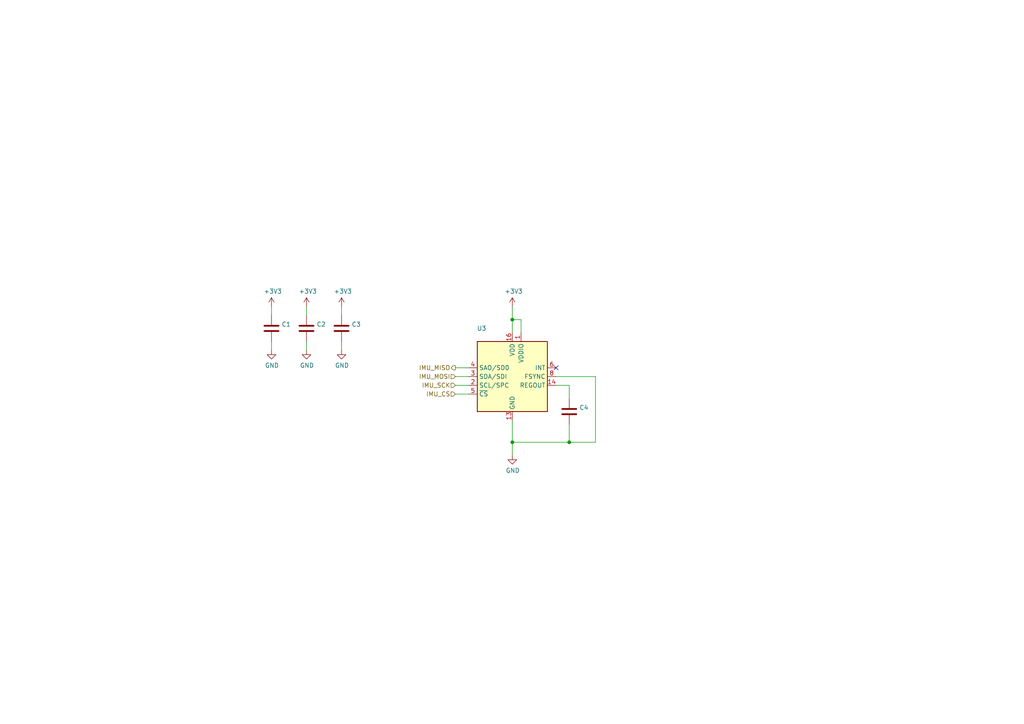
<source format=kicad_sch>
(kicad_sch (version 20211123) (generator eeschema)
  (paper "A4")
  (lib_symbols
    (symbol "Device:C" (pin_numbers hide) (pin_names (offset 0.254))
      (property "Reference" "C" (at 0.635 2.54 0))
      (property "Value" "C" (at 0.635 -2.54 0))
      (symbol "C_0_1"
        (polyline (pts (xy -2.032 -0.762) (xy 2.032 -0.762)) (stroke (width 0.508)))
        (polyline (pts (xy -2.032 0.762) (xy 2.032 0.762)) (stroke (width 0.508)))
      )
      (symbol "C_1_1"
        (pin passive line (at 0 3.81 270) (length 2.794) (name "~") (number "1"))
        (pin passive line (at 0 -3.81 90) (length 2.794) (name "~") (number "2"))
      )
    )
    (symbol "Sensor_Motion:ICM-20602"
      (property "Reference" "U" (at -10.16 11.43 0))
      (property "Value" "ICM-20602" (at 10.16 11.43 0))
      (symbol "ICM-20602_0_1"
        (rectangle (start -10.16 10.16) (end 10.16 -10.16) (stroke (width 0.254)) (fill (type background)))
      )
      (symbol "ICM-20602_1_1"
        (pin power_in line (at 2.54 12.7 270) (length 2.54) (name "VDDIO") (number "1"))
        (pin passive line (at 0 -12.7 90) (length 2.54) hide (name "GND") (number "10"))
        (pin passive line (at 0 -12.7 90) (length 2.54) hide (name "GND") (number "11"))
        (pin passive line (at 0 -12.7 90) (length 2.54) hide (name "GND") (number "12"))
        (pin power_in line (at 0 -12.7 90) (length 2.54) (name "GND") (number "13"))
        (pin passive line (at 12.7 -2.54 180) (length 2.54) (name "REGOUT") (number "14"))
        (pin passive line (at 0 -12.7 90) (length 2.54) hide (name "GND") (number "15"))
        (pin power_in line (at 0 12.7 270) (length 2.54) (name "VDD") (number "16"))
        (pin input line (at -12.7 -2.54 0) (length 2.54) (name "SCL/SPC") (number "2"))
        (pin bidirectional line (at -12.7 0 0) (length 2.54) (name "SDA/SDI") (number "3"))
        (pin bidirectional line (at -12.7 2.54 0) (length 2.54) (name "SAO/SD0") (number "4"))
        (pin input line (at -12.7 -5.08 0) (length 2.54) (name "~{CS}") (number "5"))
        (pin output line (at 12.7 2.54 180) (length 2.54) (name "INT") (number "6"))
        (pin no_connect line (at -10.16 5.08 0) (length 2.54) hide (name "RESV") (number "7"))
        (pin input line (at 12.7 0 180) (length 2.54) (name "FSYNC") (number "8"))
        (pin passive line (at 0 -12.7 90) (length 2.54) hide (name "GND") (number "9"))
      )
    )
    (symbol "power:+3.3V" (power) (pin_names (offset 0))
      (property "Value" "+3.3V" (at 0 3.556 0))
      (symbol "+3.3V_0_1"
        (polyline (pts (xy -0.762 1.27) (xy 0 2.54)))
        (polyline (pts (xy 0 0) (xy 0 2.54)))
        (polyline (pts (xy 0 2.54) (xy 0.762 1.27)))
      )
      (symbol "+3.3V_1_1"
        (pin power_in line (at 0 0 90) (length 0) hide (name "+3V3") (number "1"))
      )
    )
    (symbol "power:GND" (power) (pin_names (offset 0))
      (property "Value" "GND" (at 0 -3.81 0))
      (symbol "GND_0_1"
        (polyline (pts (xy 0 0) (xy 0 -1.27) (xy 1.27 -1.27) (xy 0 -2.54) (xy -1.27 -1.27) (xy 0 -1.27)))
      )
      (symbol "GND_1_1"
        (pin power_in line (at 0 0 270) (length 0) hide (name "GND") (number "1"))
      )
    )
  )
  (junction (at 165.1 128.27))
  (junction (at 148.59 92.71))
  (junction (at 148.59 128.27))
  (no_connect (at 161.29 106.68))
  (wire (pts (xy 78.74 88.9) (xy 78.74 91.44)))
  (wire (pts (xy 148.59 88.9) (xy 148.59 92.71)))
  (wire (pts (xy 132.08 106.68) (xy 135.89 106.68)))
  (wire (pts (xy 151.13 92.71) (xy 151.13 96.52)))
  (wire (pts (xy 148.59 128.27) (xy 148.59 132.08)))
  (wire (pts (xy 88.9 99.06) (xy 88.9 101.6)))
  (wire (pts (xy 88.9 88.9) (xy 88.9 91.44)))
  (wire (pts (xy 148.59 92.71) (xy 151.13 92.71)))
  (wire (pts (xy 161.29 111.76) (xy 165.1 111.76)))
  (wire (pts (xy 165.1 111.76) (xy 165.1 115.57)))
  (wire (pts (xy 135.89 111.76) (xy 132.08 111.76)))
  (wire (pts (xy 99.06 88.9) (xy 99.06 91.44)))
  (wire (pts (xy 165.1 123.19) (xy 165.1 128.27)))
  (wire (pts (xy 172.72 128.27) (xy 165.1 128.27)))
  (wire (pts (xy 148.59 121.92) (xy 148.59 128.27)))
  (wire (pts (xy 165.1 128.27) (xy 148.59 128.27)))
  (wire (pts (xy 135.89 109.22) (xy 132.08 109.22)))
  (wire (pts (xy 148.59 92.71) (xy 148.59 96.52)))
  (wire (pts (xy 99.06 99.06) (xy 99.06 101.6)))
  (wire (pts (xy 78.74 99.06) (xy 78.74 101.6)))
  (wire (pts (xy 161.29 109.22) (xy 172.72 109.22)))
  (wire (pts (xy 135.89 114.3) (xy 132.08 114.3)))
  (wire (pts (xy 172.72 109.22) (xy 172.72 128.27)))
  (hierarchical_label "IMU_SCK" (shape input) (at 132.08 111.76 180))
  (hierarchical_label "IMU_MOSI" (shape input) (at 132.08 109.22 180))
  (hierarchical_label "IMU_CS" (shape input) (at 132.08 114.3 180))
  (hierarchical_label "IMU_MISO" (shape output) (at 132.08 106.68 180))
  (symbol (lib_id "power:+3.3V") (at 88.9 88.9 0) (unit 1)
    (property "Reference" "#PWR0101" (effects hide))
  )
  (symbol (lib_id "power:+3.3V") (at 99.06 88.9 0) (unit 1)
    (property "Reference" "#PWR0102" (effects hide))
  )
  (symbol (lib_id "power:GND") (at 88.9 101.6 0) (unit 1)
    (property "Reference" "#PWR0103" (effects hide))
  )
  (symbol (lib_id "power:GND") (at 99.06 101.6 0) (unit 1)
    (property "Reference" "#PWR0104" (effects hide))
  )
  (symbol (lib_id "power:GND") (at 148.59 132.08 0) (unit 1)
    (property "Reference" "#PWR0105" (effects hide))
  )
  (symbol (lib_id "Device:C") (at 88.9 95.25 0) (unit 1)
    (property "Reference" "C2" (at 91.821 94.0816 0) (effects (justify left)))
  )
  (symbol (lib_id "Device:C") (at 99.06 95.25 0) (unit 1)
    (property "Reference" "C3" (at 101.981 94.0816 0) (effects (justify left)))
  )
  (symbol (lib_id "power:+3.3V") (at 148.59 88.9 0) (unit 1)
    (property "Reference" "#PWR0106" (effects hide))
  )
  (symbol (lib_id "Device:C") (at 165.1 119.38 0) (unit 1)
    (property "Reference" "C4" (at 168.021 118.2116 0) (effects (justify left)))
  )
  (symbol (lib_id "Sensor_Motion:ICM-20602") (at 148.59 109.22 0) (unit 1)
    (property "Reference" "U3" (at 139.7 95.25 0))
    (property "Datasheet" "http://www.invensense.com/wp-content/uploads/2016/10/DS-000176-ICM-20602-v1.0.pdf" (effects hide))
  )
  (symbol (lib_id "power:+3.3V") (at 78.74 88.9 0) (unit 1)
    (property "Reference" "#PWR0107" (effects hide))
  )
  (symbol (lib_id "power:GND") (at 78.74 101.6 0) (unit 1)
    (property "Reference" "#PWR0108" (effects hide))
  )
  (symbol (lib_id "Device:C") (at 78.74 95.25 0) (unit 1)
    (property "Reference" "C1" (at 81.661 94.0816 0) (effects (justify left)))
  )
)
</source>
